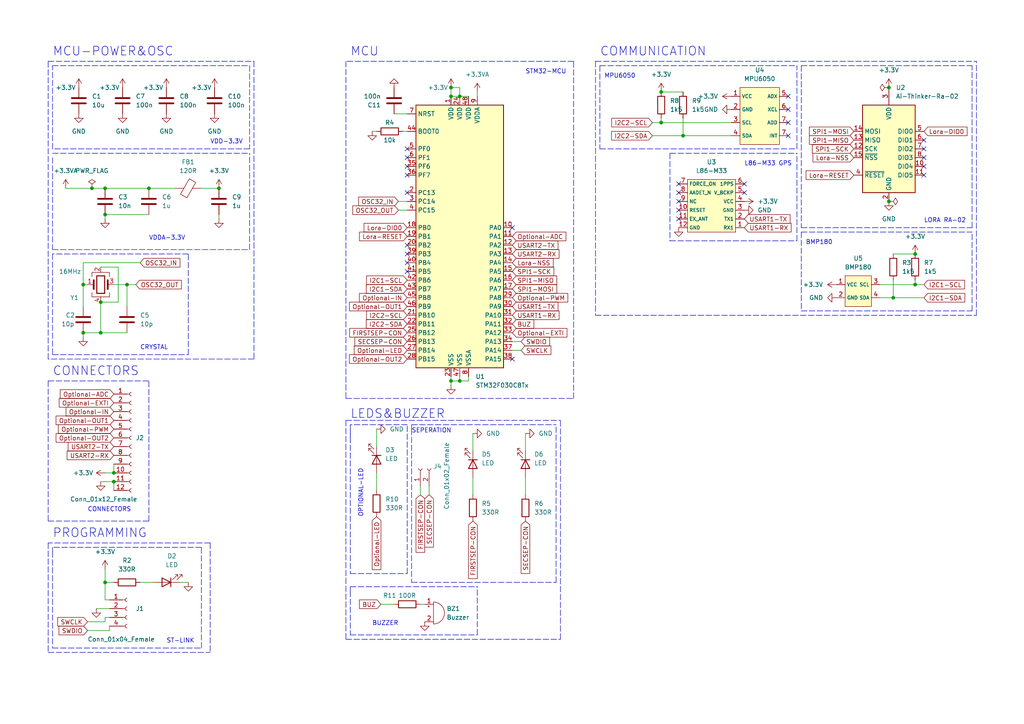
<source format=kicad_sch>
(kicad_sch (version 20211123) (generator eeschema)
  (paper "A4")
  (title_block (title "Rocket-MainAvionic") (date "2023-11-26") (company "3MBED-ARGE") (comment 1 "Bedirhan Köksoy"))
  (lib_symbols
    (symbol "Connector:Conn_01x02_Female" (pin_names (offset 1.016) hide)
      (property "Reference" "J" (at 0 2.54 0))
      (property "Value" "Conn_01x02_Female" (at 0 -5.08 0))
      (symbol "Conn_01x02_Female_1_1"
        (arc (start 0 -2.032) (mid -0.508 -2.54) (end 0 -3.048) (stroke (width 0.1524)))
        (polyline (pts (xy -1.27 -2.54) (xy -0.508 -2.54)) (stroke (width 0.1524)))
        (polyline (pts (xy -1.27 0) (xy -0.508 0)) (stroke (width 0.1524)))
        (arc (start 0 0.508) (mid -0.508 0) (end 0 -0.508) (stroke (width 0.1524)))
        (pin passive line (at -5.08 0 0) (length 3.81) (name "Pin_1") (number "1"))
        (pin passive line (at -5.08 -2.54 0) (length 3.81) (name "Pin_2") (number "2"))
      )
    )
    (symbol "Connector:Conn_01x04_Female" (pin_names (offset 1.016) hide)
      (property "Reference" "J" (at 0 5.08 0))
      (property "Value" "Conn_01x04_Female" (at 0 -7.62 0))
      (symbol "Conn_01x04_Female_1_1"
        (arc (start 0 -4.572) (mid -0.508 -5.08) (end 0 -5.588) (stroke (width 0.1524)))
        (arc (start 0 -2.032) (mid -0.508 -2.54) (end 0 -3.048) (stroke (width 0.1524)))
        (polyline (pts (xy -1.27 -5.08) (xy -0.508 -5.08)) (stroke (width 0.1524)))
        (polyline (pts (xy -1.27 -2.54) (xy -0.508 -2.54)) (stroke (width 0.1524)))
        (polyline (pts (xy -1.27 0) (xy -0.508 0)) (stroke (width 0.1524)))
        (polyline (pts (xy -1.27 2.54) (xy -0.508 2.54)) (stroke (width 0.1524)))
        (arc (start 0 0.508) (mid -0.508 0) (end 0 -0.508) (stroke (width 0.1524)))
        (arc (start 0 3.048) (mid -0.508 2.54) (end 0 2.032) (stroke (width 0.1524)))
        (pin passive line (at -5.08 2.54 0) (length 3.81) (name "Pin_1") (number "1"))
        (pin passive line (at -5.08 0 0) (length 3.81) (name "Pin_2") (number "2"))
        (pin passive line (at -5.08 -2.54 0) (length 3.81) (name "Pin_3") (number "3"))
        (pin passive line (at -5.08 -5.08 0) (length 3.81) (name "Pin_4") (number "4"))
      )
    )
    (symbol "Connector:Conn_01x12_Female" (pin_names (offset 1.016) hide)
      (property "Reference" "J" (at 0 15.24 0))
      (property "Value" "Conn_01x12_Female" (at 0 -17.78 0))
      (symbol "Conn_01x12_Female_1_1"
        (arc (start 0 -14.732) (mid -0.508 -15.24) (end 0 -15.748) (stroke (width 0.1524)))
        (arc (start 0 -12.192) (mid -0.508 -12.7) (end 0 -13.208) (stroke (width 0.1524)))
        (arc (start 0 -9.652) (mid -0.508 -10.16) (end 0 -10.668) (stroke (width 0.1524)))
        (arc (start 0 -7.112) (mid -0.508 -7.62) (end 0 -8.128) (stroke (width 0.1524)))
        (arc (start 0 -4.572) (mid -0.508 -5.08) (end 0 -5.588) (stroke (width 0.1524)))
        (arc (start 0 -2.032) (mid -0.508 -2.54) (end 0 -3.048) (stroke (width 0.1524)))
        (polyline (pts (xy -1.27 -15.24) (xy -0.508 -15.24)) (stroke (width 0.1524)))
        (polyline (pts (xy -1.27 -12.7) (xy -0.508 -12.7)) (stroke (width 0.1524)))
        (polyline (pts (xy -1.27 -10.16) (xy -0.508 -10.16)) (stroke (width 0.1524)))
        (polyline (pts (xy -1.27 -7.62) (xy -0.508 -7.62)) (stroke (width 0.1524)))
        (polyline (pts (xy -1.27 -5.08) (xy -0.508 -5.08)) (stroke (width 0.1524)))
        (polyline (pts (xy -1.27 -2.54) (xy -0.508 -2.54)) (stroke (width 0.1524)))
        (polyline (pts (xy -1.27 0) (xy -0.508 0)) (stroke (width 0.1524)))
        (polyline (pts (xy -1.27 2.54) (xy -0.508 2.54)) (stroke (width 0.1524)))
        (polyline (pts (xy -1.27 5.08) (xy -0.508 5.08)) (stroke (width 0.1524)))
        (polyline (pts (xy -1.27 7.62) (xy -0.508 7.62)) (stroke (width 0.1524)))
        (polyline (pts (xy -1.27 10.16) (xy -0.508 10.16)) (stroke (width 0.1524)))
        (polyline (pts (xy -1.27 12.7) (xy -0.508 12.7)) (stroke (width 0.1524)))
        (arc (start 0 0.508) (mid -0.508 0) (end 0 -0.508) (stroke (width 0.1524)))
        (arc (start 0 3.048) (mid -0.508 2.54) (end 0 2.032) (stroke (width 0.1524)))
        (arc (start 0 5.588) (mid -0.508 5.08) (end 0 4.572) (stroke (width 0.1524)))
        (arc (start 0 8.128) (mid -0.508 7.62) (end 0 7.112) (stroke (width 0.1524)))
        (arc (start 0 10.668) (mid -0.508 10.16) (end 0 9.652) (stroke (width 0.1524)))
        (arc (start 0 13.208) (mid -0.508 12.7) (end 0 12.192) (stroke (width 0.1524)))
        (pin passive line (at -5.08 12.7 0) (length 3.81) (name "Pin_1") (number "1"))
        (pin passive line (at -5.08 -10.16 0) (length 3.81) (name "Pin_10") (number "10"))
        (pin passive line (at -5.08 -12.7 0) (length 3.81) (name "Pin_11") (number "11"))
        (pin passive line (at -5.08 -15.24 0) (length 3.81) (name "Pin_12") (number "12"))
        (pin passive line (at -5.08 10.16 0) (length 3.81) (name "Pin_2") (number "2"))
        (pin passive line (at -5.08 7.62 0) (length 3.81) (name "Pin_3") (number "3"))
        (pin passive line (at -5.08 5.08 0) (length 3.81) (name "Pin_4") (number "4"))
        (pin passive line (at -5.08 2.54 0) (length 3.81) (name "Pin_5") (number "5"))
        (pin passive line (at -5.08 0 0) (length 3.81) (name "Pin_6") (number "6"))
        (pin passive line (at -5.08 -2.54 0) (length 3.81) (name "Pin_7") (number "7"))
        (pin passive line (at -5.08 -5.08 0) (length 3.81) (name "Pin_8") (number "8"))
        (pin passive line (at -5.08 -7.62 0) (length 3.81) (name "Pin_9") (number "9"))
      )
    )
    (symbol "Device:Buzzer" (pin_names (offset 0.0254) hide)
      (property "Reference" "BZ" (at 3.81 1.27 0))
      (property "Value" "Buzzer" (at 3.81 -1.27 0))
      (symbol "Buzzer_0_1"
        (arc (start 0 -3.175) (mid 3.175 0) (end 0 3.175))
        (polyline (pts (xy -1.651 1.905) (xy -1.143 1.905)))
        (polyline (pts (xy -1.397 2.159) (xy -1.397 1.651)))
        (polyline (pts (xy 0 3.175) (xy 0 -3.175)))
      )
      (symbol "Buzzer_1_1"
        (pin passive line (at -2.54 2.54 0) (length 2.54) (name "-") (number "1"))
        (pin passive line (at -2.54 -2.54 0) (length 2.54) (name "+") (number "2"))
      )
    )
    (symbol "Device:C" (pin_numbers hide) (pin_names (offset 0.254))
      (property "Reference" "C" (at 0.635 2.54 0))
      (property "Value" "C" (at 0.635 -2.54 0))
      (symbol "C_0_1"
        (polyline (pts (xy -2.032 -0.762) (xy 2.032 -0.762)) (stroke (width 0.508)))
        (polyline (pts (xy -2.032 0.762) (xy 2.032 0.762)) (stroke (width 0.508)))
      )
      (symbol "C_1_1"
        (pin passive line (at 0 3.81 270) (length 2.794) (name "~") (number "1"))
        (pin passive line (at 0 -3.81 90) (length 2.794) (name "~") (number "2"))
      )
    )
    (symbol "Device:Crystal_GND24" (pin_names (offset 1.016) hide)
      (property "Reference" "Y" (at 3.175 5.08 0))
      (property "Value" "Crystal_GND24" (at 3.175 3.175 0))
      (symbol "Crystal_GND24_0_1"
        (rectangle (start -1.143 2.54) (end 1.143 -2.54) (stroke (width 0.3048)))
        (polyline (pts (xy -2.54 0) (xy -2.032 0)))
        (polyline (pts (xy -2.032 -1.27) (xy -2.032 1.27)) (stroke (width 0.508)))
        (polyline (pts (xy 0 -3.81) (xy 0 -3.556)))
        (polyline (pts (xy 0 3.556) (xy 0 3.81)))
        (polyline (pts (xy 2.032 -1.27) (xy 2.032 1.27)) (stroke (width 0.508)))
        (polyline (pts (xy 2.032 0) (xy 2.54 0)))
        (polyline (pts (xy -2.54 -2.286) (xy -2.54 -3.556) (xy 2.54 -3.556) (xy 2.54 -2.286)))
        (polyline (pts (xy -2.54 2.286) (xy -2.54 3.556) (xy 2.54 3.556) (xy 2.54 2.286)))
      )
      (symbol "Crystal_GND24_1_1"
        (pin passive line (at -3.81 0 0) (length 1.27) (name "1") (number "1"))
        (pin passive line (at 0 5.08 270) (length 1.27) (name "2") (number "2"))
        (pin passive line (at 3.81 0 180) (length 1.27) (name "3") (number "3"))
        (pin passive line (at 0 -5.08 90) (length 1.27) (name "4") (number "4"))
      )
    )
    (symbol "Device:FerriteBead" (pin_numbers hide) (pin_names (offset 0))
      (property "Reference" "FB" (at -3.81 0.635 90))
      (property "Value" "FerriteBead" (at 3.81 0 90))
      (symbol "FerriteBead_0_1"
        (polyline (pts (xy 0 -1.27) (xy 0 -1.2192)))
        (polyline (pts (xy 0 1.27) (xy 0 1.2954)))
        (polyline (pts (xy -2.7686 0.4064) (xy -1.7018 2.2606) (xy 2.7686 -0.3048) (xy 1.6764 -2.159) (xy -2.7686 0.4064)))
      )
      (symbol "FerriteBead_1_1"
        (pin passive line (at 0 3.81 270) (length 2.54) (name "~") (number "1"))
        (pin passive line (at 0 -3.81 90) (length 2.54) (name "~") (number "2"))
      )
    )
    (symbol "Device:LED" (pin_numbers hide) (pin_names (offset 1.016) hide)
      (property "Reference" "D" (at 0 2.54 0))
      (property "Value" "LED" (at 0 -2.54 0))
      (symbol "LED_0_1"
        (polyline (pts (xy -1.27 -1.27) (xy -1.27 1.27)) (stroke (width 0.254)))
        (polyline (pts (xy -1.27 0) (xy 1.27 0)))
        (polyline (pts (xy 1.27 -1.27) (xy 1.27 1.27) (xy -1.27 0) (xy 1.27 -1.27)) (stroke (width 0.254)))
        (polyline (pts (xy -3.048 -0.762) (xy -4.572 -2.286) (xy -3.81 -2.286) (xy -4.572 -2.286) (xy -4.572 -1.524)))
        (polyline (pts (xy -1.778 -0.762) (xy -3.302 -2.286) (xy -2.54 -2.286) (xy -3.302 -2.286) (xy -3.302 -1.524)))
      )
      (symbol "LED_1_1"
        (pin passive line (at -3.81 0 0) (length 2.54) (name "K") (number "1"))
        (pin passive line (at 3.81 0 180) (length 2.54) (name "A") (number "2"))
      )
    )
    (symbol "Device:R" (pin_numbers hide) (pin_names (offset 0))
      (property "Reference" "R" (at 2.032 0 90))
      (property "Value" "R" (at 0 0 90))
      (symbol "R_0_1"
        (rectangle (start -1.016 -2.54) (end 1.016 2.54) (stroke (width 0.254)))
      )
      (symbol "R_1_1"
        (pin passive line (at 0 3.81 270) (length 1.27) (name "~") (number "1"))
        (pin passive line (at 0 -3.81 90) (length 1.27) (name "~") (number "2"))
      )
    )
    (symbol "F030C8T6:BMP180"
      (property "Reference" "U?" (at 0 6.35 0))
      (property "Value" "BMP180" (at 0 8.89 0))
      (symbol "BMP180_0_1"
        (rectangle (start -3.81 3.81) (end 3.81 -5.08) (fill (type background)))
      )
      (symbol "BMP180_1_1"
        (pin input line (at -6.35 1.27 0) (length 2.54) (name "VCC") (number "1"))
        (pin input line (at -6.35 -2.54 0) (length 2.54) (name "GND") (number "2"))
        (pin bidirectional line (at 6.35 1.27 180) (length 2.54) (name "SCL") (number "3"))
        (pin bidirectional line (at 6.35 -2.54 180) (length 2.54) (name "SDA") (number "4"))
      )
    )
    (symbol "F030C8T6:L86-M33"
      (property "Reference" "U?" (at 0 6.35 0))
      (property "Value" "L86-M33" (at 0 8.89 0))
      (symbol "L86-M33_0_1"
        (rectangle (start -6.35 5.08) (end 7.62 -10.16) (fill (type background)))
      )
      (symbol "L86-M33_1_1"
        (pin bidirectional line (at 10.16 -8.89 180) (length 2.54) (name "RX1") (number "1"))
        (pin bidirectional line (at -8.89 -3.81 0) (length 2.54) (name "RESET") (number "10"))
        (pin bidirectional line (at -8.89 -6.35 0) (length 2.54) (name "EX_ANT") (number "11"))
        (pin input line (at -8.89 -8.89 0) (length 2.54) (name "GND") (number "12"))
        (pin bidirectional line (at 10.16 -6.35 180) (length 2.54) (name "TX1") (number "2"))
        (pin input line (at 10.16 -3.81 180) (length 2.54) (name "GND") (number "3"))
        (pin input line (at 10.16 -1.27 180) (length 2.54) (name "VCC") (number "4"))
        (pin bidirectional line (at 10.16 1.27 180) (length 2.54) (name "V_BCKP") (number "5"))
        (pin bidirectional line (at 10.16 3.81 180) (length 2.54) (name "1PPS") (number "6"))
        (pin bidirectional line (at -8.89 3.81 0) (length 2.54) (name "FORCE_ON") (number "7"))
        (pin bidirectional line (at -8.89 1.27 0) (length 2.54) (name "AADET_N") (number "8"))
        (pin bidirectional line (at -8.89 -1.27 0) (length 2.54) (name "NC") (number "9"))
      )
    )
    (symbol "F030C8T6:MPU6050"
      (property "Reference" "U?" (at 0 11.43 0))
      (property "Value" "MPU6050" (at 0 13.97 0))
      (symbol "MPU6050_0_1"
        (rectangle (start -6.35 8.89) (end 5.08 -7.62) (fill (type background)))
      )
      (symbol "MPU6050_1_1"
        (pin input line (at -8.89 6.35 0) (length 2.54) (name "VCC") (number "1"))
        (pin input line (at -8.89 2.54 0) (length 2.54) (name "GND") (number "2"))
        (pin bidirectional line (at -8.89 -1.27 0) (length 2.54) (name "SCL") (number "3"))
        (pin bidirectional line (at -8.89 -5.08 0) (length 2.54) (name "SDA") (number "4"))
        (pin bidirectional line (at 7.62 6.35 180) (length 2.54) (name "ADX") (number "5"))
        (pin bidirectional line (at 7.62 2.54 180) (length 2.54) (name "XCL") (number "6"))
        (pin bidirectional line (at 7.62 -1.27 180) (length 2.54) (name "ADD") (number "7"))
        (pin bidirectional line (at 7.62 -5.08 180) (length 2.54) (name "INT") (number "7"))
      )
    )
    (symbol "MCU_ST_STM32F0:STM32F030C8Tx"
      (property "Reference" "U" (at -12.7 39.37 0))
      (property "Value" "STM32F030C8Tx" (at 7.62 39.37 0))
      (symbol "STM32F030C8Tx_0_1"
        (rectangle (start -12.7 -38.1) (end 12.7 38.1) (stroke (width 0.254)) (fill (type background)))
      )
      (symbol "STM32F030C8Tx_1_1"
        (pin power_in line (at -2.54 40.64 270) (length 2.54) (name "VDD") (number "1"))
        (pin bidirectional line (at 15.24 2.54 180) (length 2.54) (name "PA0") (number "10"))
        (pin bidirectional line (at 15.24 0 180) (length 2.54) (name "PA1") (number "11"))
        (pin bidirectional line (at 15.24 -2.54 180) (length 2.54) (name "PA2") (number "12"))
        (pin bidirectional line (at 15.24 -5.08 180) (length 2.54) (name "PA3") (number "13"))
        (pin bidirectional line (at 15.24 -7.62 180) (length 2.54) (name "PA4") (number "14"))
        (pin bidirectional line (at 15.24 -10.16 180) (length 2.54) (name "PA5") (number "15"))
        (pin bidirectional line (at 15.24 -12.7 180) (length 2.54) (name "PA6") (number "16"))
        (pin bidirectional line (at 15.24 -15.24 180) (length 2.54) (name "PA7") (number "17"))
        (pin bidirectional line (at -15.24 2.54 0) (length 2.54) (name "PB0") (number "18"))
        (pin bidirectional line (at -15.24 0 0) (length 2.54) (name "PB1") (number "19"))
        (pin bidirectional line (at -15.24 12.7 0) (length 2.54) (name "PC13") (number "2"))
        (pin bidirectional line (at -15.24 -2.54 0) (length 2.54) (name "PB2") (number "20"))
        (pin bidirectional line (at -15.24 -22.86 0) (length 2.54) (name "PB10") (number "21"))
        (pin bidirectional line (at -15.24 -25.4 0) (length 2.54) (name "PB11") (number "22"))
        (pin power_in line (at -2.54 -40.64 90) (length 2.54) (name "VSS") (number "23"))
        (pin power_in line (at 0 40.64 270) (length 2.54) (name "VDD") (number "24"))
        (pin bidirectional line (at -15.24 -27.94 0) (length 2.54) (name "PB12") (number "25"))
        (pin bidirectional line (at -15.24 -30.48 0) (length 2.54) (name "PB13") (number "26"))
        (pin bidirectional line (at -15.24 -33.02 0) (length 2.54) (name "PB14") (number "27"))
        (pin bidirectional line (at -15.24 -35.56 0) (length 2.54) (name "PB15") (number "28"))
        (pin bidirectional line (at 15.24 -17.78 180) (length 2.54) (name "PA8") (number "29"))
        (pin bidirectional line (at -15.24 10.16 0) (length 2.54) (name "PC14") (number "3"))
        (pin bidirectional line (at 15.24 -20.32 180) (length 2.54) (name "PA9") (number "30"))
        (pin bidirectional line (at 15.24 -22.86 180) (length 2.54) (name "PA10") (number "31"))
        (pin bidirectional line (at 15.24 -25.4 180) (length 2.54) (name "PA11") (number "32"))
        (pin bidirectional line (at 15.24 -27.94 180) (length 2.54) (name "PA12") (number "33"))
        (pin bidirectional line (at 15.24 -30.48 180) (length 2.54) (name "PA13") (number "34"))
        (pin bidirectional line (at -15.24 20.32 0) (length 2.54) (name "PF6") (number "35"))
        (pin bidirectional line (at -15.24 17.78 0) (length 2.54) (name "PF7") (number "36"))
        (pin bidirectional line (at 15.24 -33.02 180) (length 2.54) (name "PA14") (number "37"))
        (pin bidirectional line (at 15.24 -35.56 180) (length 2.54) (name "PA15") (number "38"))
        (pin bidirectional line (at -15.24 -5.08 0) (length 2.54) (name "PB3") (number "39"))
        (pin bidirectional line (at -15.24 7.62 0) (length 2.54) (name "PC15") (number "4"))
        (pin bidirectional line (at -15.24 -7.62 0) (length 2.54) (name "PB4") (number "40"))
        (pin bidirectional line (at -15.24 -10.16 0) (length 2.54) (name "PB5") (number "41"))
        (pin bidirectional line (at -15.24 -12.7 0) (length 2.54) (name "PB6") (number "42"))
        (pin bidirectional line (at -15.24 -15.24 0) (length 2.54) (name "PB7") (number "43"))
        (pin input line (at -15.24 30.48 0) (length 2.54) (name "BOOT0") (number "44"))
        (pin bidirectional line (at -15.24 -17.78 0) (length 2.54) (name "PB8") (number "45"))
        (pin bidirectional line (at -15.24 -20.32 0) (length 2.54) (name "PB9") (number "46"))
        (pin power_in line (at 0 -40.64 90) (length 2.54) (name "VSS") (number "47"))
        (pin power_in line (at 2.54 40.64 270) (length 2.54) (name "VDD") (number "48"))
        (pin input line (at -15.24 25.4 0) (length 2.54) (name "PF0") (number "5"))
        (pin input line (at -15.24 22.86 0) (length 2.54) (name "PF1") (number "6"))
        (pin input line (at -15.24 35.56 0) (length 2.54) (name "NRST") (number "7"))
        (pin power_in line (at 2.54 -40.64 90) (length 2.54) (name "VSSA") (number "8"))
        (pin power_in line (at 5.08 40.64 270) (length 2.54) (name "VDDA") (number "9"))
      )
    )
    (symbol "RF_Module:Ai-Thinker-Ra-02"
      (property "Reference" "U" (at 2.54 19.05 0))
      (property "Value" "Ai-Thinker-Ra-02" (at 13.97 -15.24 0))
      (symbol "Ai-Thinker-Ra-02_0_1"
        (rectangle (start -7.62 12.7) (end 7.62 -12.7) (stroke (width 0.254)) (fill (type background)))
      )
      (symbol "Ai-Thinker-Ra-02_1_1"
        (pin passive line (at 0 -15.24 90) (length 2.54) hide (name "GND") (number "1"))
        (pin bidirectional line (at 10.16 -5.08 180) (length 2.54) (name "DIO4") (number "10"))
        (pin bidirectional line (at 10.16 -7.62 180) (length 2.54) (name "DIO5") (number "11"))
        (pin input line (at -10.16 0 0) (length 2.54) (name "SCK") (number "12"))
        (pin output line (at -10.16 2.54 0) (length 2.54) (name "MISO") (number "13"))
        (pin input line (at -10.16 5.08 0) (length 2.54) (name "MOSI") (number "14"))
        (pin input line (at -10.16 -2.54 0) (length 2.54) (name "~{NSS}") (number "15"))
        (pin passive line (at 0 -15.24 90) (length 2.54) hide (name "GND") (number "16"))
        (pin power_in line (at 0 -15.24 90) (length 2.54) (name "GND") (number "2"))
        (pin power_in line (at 0 17.78 270) (length 5.08) (name "VDD") (number "3"))
        (pin input line (at -10.16 -7.62 0) (length 2.54) (name "~{RESET}") (number "4"))
        (pin bidirectional line (at 10.16 5.08 180) (length 2.54) (name "DIO0") (number "5"))
        (pin bidirectional line (at 10.16 2.54 180) (length 2.54) (name "DIO1") (number "6"))
        (pin bidirectional line (at 10.16 0 180) (length 2.54) (name "DIO2") (number "7"))
        (pin bidirectional line (at 10.16 -2.54 180) (length 2.54) (name "DIO3") (number "8"))
        (pin passive line (at 0 -15.24 90) (length 2.54) hide (name "GND") (number "9"))
      )
    )
    (symbol "power:+3.3V" (power) (pin_names (offset 0))
      (property "Value" "+3.3V" (at 0 3.556 0))
      (symbol "+3.3V_0_1"
        (polyline (pts (xy -0.762 1.27) (xy 0 2.54)))
        (polyline (pts (xy 0 0) (xy 0 2.54)))
        (polyline (pts (xy 0 2.54) (xy 0.762 1.27)))
      )
      (symbol "+3.3V_1_1"
        (pin power_in line (at 0 0 90) (length 0) hide (name "+3.3V") (number "1"))
      )
    )
    (symbol "power:+3.3VA" (power) (pin_names (offset 0))
      (property "Value" "+3.3VA" (at 0 3.556 0))
      (symbol "+3.3VA_0_1"
        (polyline (pts (xy -0.762 1.27) (xy 0 2.54)))
        (polyline (pts (xy 0 0) (xy 0 2.54)))
        (polyline (pts (xy 0 2.54) (xy 0.762 1.27)))
      )
      (symbol "+3.3VA_1_1"
        (pin power_in line (at 0 0 90) (length 0) hide (name "+3.3VA") (number "1"))
      )
    )
    (symbol "power:GND" (power) (pin_names (offset 0))
      (property "Value" "GND" (at 0 -3.81 0))
      (symbol "GND_0_1"
        (polyline (pts (xy 0 0) (xy 0 -1.27) (xy 1.27 -1.27) (xy 0 -2.54) (xy -1.27 -1.27) (xy 0 -1.27)))
      )
      (symbol "GND_1_1"
        (pin power_in line (at 0 0 270) (length 0) hide (name "GND") (number "1"))
      )
    )
    (symbol "power:PWR_FLAG" (power) (pin_numbers hide) (pin_names (offset 0) hide)
      (property "Value" "PWR_FLAG" (at 0 3.81 0))
      (symbol "PWR_FLAG_0_0"
        (pin power_out line (at 0 0 90) (length 0) (name "pwr") (number "1"))
      )
      (symbol "PWR_FLAG_0_1"
        (polyline (pts (xy 0 0) (xy 0 1.27) (xy -1.016 1.905) (xy 0 2.54) (xy 1.016 1.905) (xy 0 1.27)))
      )
    )
  )
  (junction (at 191.77 35.56))
  (junction (at 30.48 168.91))
  (junction (at 26.67 54.61))
  (junction (at 130.81 25.4))
  (junction (at 133.35 110.49))
  (junction (at 43.18 54.61))
  (junction (at 33.02 137.16))
  (junction (at 191.77 26.67))
  (junction (at 265.43 82.55))
  (junction (at 265.43 73.66))
  (junction (at 24.13 82.55))
  (junction (at 198.12 39.37))
  (junction (at 24.13 96.52))
  (junction (at 257.81 58.42))
  (junction (at 29.21 87.63))
  (junction (at 259.08 86.36))
  (junction (at 36.83 82.55))
  (junction (at 130.81 110.49))
  (junction (at 30.48 54.61))
  (junction (at 63.5 54.61))
  (junction (at 29.21 96.52))
  (junction (at 33.02 139.7))
  (junction (at 257.81 25.4))
  (junction (at 30.48 62.23))
  (junction (at 130.81 27.94))
  (junction (at 133.35 27.94))
  (no_connect (at 118.11 73.66))
  (no_connect (at 148.59 66.04))
  (no_connect (at 118.11 78.74))
  (no_connect (at 118.11 76.2))
  (no_connect (at 118.11 43.18))
  (no_connect (at 196.85 53.34))
  (no_connect (at 215.9 55.88))
  (no_connect (at 215.9 53.34))
  (no_connect (at 228.6 31.75))
  (no_connect (at 228.6 27.94))
  (no_connect (at 228.6 35.56))
  (no_connect (at 228.6 39.37))
  (no_connect (at 267.97 50.8))
  (no_connect (at 267.97 48.26))
  (no_connect (at 267.97 43.18))
  (no_connect (at 267.97 45.72))
  (no_connect (at 267.97 40.64))
  (no_connect (at 196.85 55.88))
  (no_connect (at 196.85 58.42))
  (no_connect (at 196.85 63.5))
  (no_connect (at 196.85 60.96))
  (no_connect (at 148.59 104.14))
  (no_connect (at 118.11 71.12))
  (no_connect (at 118.11 45.72))
  (no_connect (at 118.11 50.8))
  (no_connect (at 118.11 48.26))
  (no_connect (at 118.11 55.88))
  (polyline (pts (xy 15.24 160.02) (xy 15.24 187.96)))
  (polyline (pts (xy 72.39 19.05) (xy 72.39 43.18)))
  (wire (pts (xy 36.83 82.55) (xy 36.83 88.9)))
  (wire (pts (xy 24.13 82.55) (xy 25.4 82.55)))
  (wire (pts (xy 115.57 58.42) (xy 118.11 58.42)))
  (wire (pts (xy 27.94 176.53) (xy 31.75 176.53)))
  (polyline (pts (xy 166.37 17.78) (xy 100.33 17.78)))
  (wire (pts (xy 63.5 62.23) (xy 63.5 63.5)))
  (wire (pts (xy 29.21 87.63) (xy 29.21 96.52)))
  (polyline (pts (xy 73.66 17.78) (xy 73.66 104.14)))
  (wire (pts (xy 152.4 138.43) (xy 152.4 143.51)))
  (wire (pts (xy 191.77 35.56) (xy 212.09 35.56)))
  (polyline (pts (xy 194.31 44.45) (xy 194.31 69.85)))
  (wire (pts (xy 115.57 60.96) (xy 118.11 60.96)))
  (polyline (pts (xy 231.14 43.18) (xy 231.14 19.05)))
  (wire (pts (xy 198.12 34.29) (xy 198.12 39.37)))
  (wire (pts (xy 189.23 39.37) (xy 198.12 39.37)))
  (wire (pts (xy 133.35 109.22) (xy 133.35 110.49)))
  (polyline (pts (xy 194.31 44.45) (xy 231.14 44.45)))
  (wire (pts (xy 24.13 76.2) (xy 40.64 76.2)))
  (wire (pts (xy 130.81 25.4) (xy 133.35 25.4)))
  (wire (pts (xy 31.75 179.07) (xy 30.48 179.07)))
  (polyline (pts (xy 15.24 158.75) (xy 15.24 160.02)))
  (wire (pts (xy 265.43 82.55) (xy 267.97 82.55)))
  (wire (pts (xy 265.43 82.55) (xy 265.43 81.28)))
  (wire (pts (xy 25.4 182.88) (xy 31.75 182.88)))
  (wire (pts (xy 133.35 27.94) (xy 135.89 27.94)))
  (wire (pts (xy 36.83 96.52) (xy 29.21 96.52)))
  (wire (pts (xy 30.48 62.23) (xy 30.48 63.5)))
  (wire (pts (xy 130.81 110.49) (xy 130.81 111.76)))
  (wire (pts (xy 255.27 86.36) (xy 259.08 86.36)))
  (wire (pts (xy 116.84 38.1) (xy 118.11 38.1)))
  (polyline (pts (xy 101.6 184.15) (xy 138.43 184.15)))
  (wire (pts (xy 137.16 125.73) (xy 137.16 130.81)))
  (polyline (pts (xy 162.56 185.42) (xy 162.56 121.92)))
  (wire (pts (xy 110.49 175.26) (xy 114.3 175.26)))
  (wire (pts (xy 130.81 27.94) (xy 133.35 27.94)))
  (polyline (pts (xy 15.24 45.72) (xy 15.24 72.39)))
  (wire (pts (xy 31.75 173.99) (xy 30.48 173.99)))
  (polyline (pts (xy 100.33 121.92) (xy 162.56 121.92)))
  (wire (pts (xy 189.23 35.56) (xy 191.77 35.56)))
  (polyline (pts (xy 172.72 17.78) (xy 172.72 91.44)))
  (wire (pts (xy 36.83 82.55) (xy 39.37 82.55)))
  (wire (pts (xy 43.18 54.61) (xy 50.8 54.61)))
  (wire (pts (xy 26.67 54.61) (xy 30.48 54.61)))
  (wire (pts (xy 29.21 77.47) (xy 34.29 77.47)))
  (polyline (pts (xy 119.38 124.46) (xy 119.38 168.91)))
  (wire (pts (xy 148.59 101.6) (xy 151.13 101.6)))
  (wire (pts (xy 30.48 168.91) (xy 30.48 173.99)))
  (wire (pts (xy 267.97 86.36) (xy 259.08 86.36)))
  (polyline (pts (xy 72.39 43.18) (xy 15.24 43.18)))
  (polyline (pts (xy 60.96 157.48) (xy 60.96 189.23)))
  (wire (pts (xy 152.4 125.73) (xy 152.4 130.81)))
  (polyline (pts (xy 100.33 121.92) (xy 100.33 185.42)))
  (wire (pts (xy 31.75 181.61) (xy 31.75 182.88)))
  (wire (pts (xy 135.89 110.49) (xy 135.89 109.22)))
  (polyline (pts (xy 119.38 168.91) (xy 161.29 168.91)))
  (polyline (pts (xy 231.14 69.85) (xy 231.14 44.45)))
  (polyline (pts (xy 101.6 166.37) (xy 118.11 166.37)))
  (wire (pts (xy 33.02 82.55) (xy 36.83 82.55)))
  (polyline (pts (xy 15.24 73.66) (xy 15.24 102.87)))
  (polyline (pts (xy 173.99 19.05) (xy 173.99 43.18)))
  (polyline (pts (xy 232.41 67.31) (xy 232.41 90.17)))
  (polyline (pts (xy 73.66 104.14) (xy 13.97 104.14)))
  (polyline (pts (xy 100.33 17.78) (xy 100.33 115.57)))
  (polyline (pts (xy 166.37 115.57) (xy 166.37 17.78)))
  (wire (pts (xy 191.77 35.56) (xy 191.77 34.29)))
  (wire (pts (xy 33.02 134.62) (xy 33.02 137.16)))
  (polyline (pts (xy 101.6 170.18) (xy 101.6 171.45)))
  (polyline (pts (xy 54.61 102.87) (xy 54.61 73.66)))
  (polyline (pts (xy 58.42 158.75) (xy 15.24 158.75)))
  (polyline (pts (xy 15.24 43.18) (xy 15.24 19.05)))
  (wire (pts (xy 133.35 110.49) (xy 135.89 110.49)))
  (wire (pts (xy 259.08 81.28) (xy 259.08 86.36)))
  (polyline (pts (xy 100.33 185.42) (xy 162.56 185.42)))
  (polyline (pts (xy 13.97 110.49) (xy 43.18 110.49)))
  (polyline (pts (xy 232.41 19.05) (xy 281.94 19.05)))
  (wire (pts (xy 121.92 175.26) (xy 123.19 175.26)))
  (polyline (pts (xy 194.31 69.85) (xy 231.14 69.85)))
  (polyline (pts (xy 232.41 67.31) (xy 281.94 67.31)))
  (polyline (pts (xy 172.72 17.78) (xy 283.21 17.78)))
  (polyline (pts (xy 101.6 123.19) (xy 101.6 128.27)))
  (polyline (pts (xy 15.24 44.45) (xy 72.39 44.45)))
  (polyline (pts (xy 13.97 110.49) (xy 13.97 151.13)))
  (wire (pts (xy 191.77 26.67) (xy 198.12 26.67)))
  (wire (pts (xy 24.13 82.55) (xy 24.13 88.9)))
  (wire (pts (xy 40.64 168.91) (xy 44.45 168.91)))
  (wire (pts (xy 24.13 76.2) (xy 24.13 82.55)))
  (polyline (pts (xy 173.99 43.18) (xy 231.14 43.18)))
  (wire (pts (xy 114.3 33.02) (xy 118.11 33.02)))
  (wire (pts (xy 29.21 96.52) (xy 24.13 96.52)))
  (wire (pts (xy 109.22 124.46) (xy 109.22 129.54)))
  (wire (pts (xy 130.81 109.22) (xy 130.81 110.49)))
  (polyline (pts (xy 101.6 124.46) (xy 101.6 166.37)))
  (polyline (pts (xy 15.24 19.05) (xy 72.39 19.05)))
  (polyline (pts (xy 283.21 91.44) (xy 283.21 17.78)))
  (polyline (pts (xy 138.43 184.15) (xy 138.43 170.18)))
  (polyline (pts (xy 232.41 19.05) (xy 232.41 66.04)))
  (wire (pts (xy 138.43 26.67) (xy 138.43 27.94)))
  (polyline (pts (xy 15.24 187.96) (xy 58.42 187.96)))
  (polyline (pts (xy 13.97 157.48) (xy 13.97 189.23)))
  (wire (pts (xy 107.95 38.1) (xy 109.22 38.1)))
  (polyline (pts (xy 13.97 17.78) (xy 73.66 17.78)))
  (wire (pts (xy 30.48 62.23) (xy 43.18 62.23)))
  (wire (pts (xy 133.35 25.4) (xy 133.35 27.94)))
  (polyline (pts (xy 281.94 66.04) (xy 281.94 19.05)))
  (polyline (pts (xy 118.11 123.19) (xy 101.6 123.19)))
  (polyline (pts (xy 60.96 157.48) (xy 13.97 157.48)))
  (wire (pts (xy 137.16 138.43) (xy 137.16 143.51)))
  (polyline (pts (xy 15.24 72.39) (xy 72.39 72.39)))
  (wire (pts (xy 30.48 54.61) (xy 43.18 54.61)))
  (polyline (pts (xy 118.11 166.37) (xy 118.11 123.19)))
  (wire (pts (xy 124.46 140.97) (xy 124.46 143.51)))
  (wire (pts (xy 148.59 99.06) (xy 151.13 99.06)))
  (polyline (pts (xy 100.33 115.57) (xy 166.37 115.57)))
  (wire (pts (xy 24.13 96.52) (xy 24.13 97.79)))
  (wire (pts (xy 30.48 137.16) (xy 33.02 137.16)))
  (polyline (pts (xy 232.41 66.04) (xy 281.94 66.04)))
  (wire (pts (xy 198.12 39.37) (xy 212.09 39.37)))
  (wire (pts (xy 121.92 140.97) (xy 121.92 143.51)))
  (polyline (pts (xy 13.97 104.14) (xy 13.97 17.78)))
  (polyline (pts (xy 119.38 123.19) (xy 161.29 123.19)))
  (polyline (pts (xy 13.97 151.13) (xy 43.18 151.13)))
  (polyline (pts (xy 101.6 170.18) (xy 138.43 170.18)))
  (wire (pts (xy 109.22 137.16) (xy 109.22 142.24)))
  (wire (pts (xy 255.27 82.55) (xy 265.43 82.55)))
  (polyline (pts (xy 43.18 151.13) (xy 43.18 110.49)))
  (polyline (pts (xy 281.94 90.17) (xy 281.94 67.31)))
  (polyline (pts (xy 119.38 123.19) (xy 119.38 124.46)))
  (wire (pts (xy 25.4 180.34) (xy 30.48 180.34)))
  (wire (pts (xy 34.29 77.47) (xy 34.29 87.63)))
  (wire (pts (xy 29.21 139.7) (xy 33.02 139.7)))
  (polyline (pts (xy 161.29 168.91) (xy 161.29 123.19)))
  (polyline (pts (xy 58.42 187.96) (xy 58.42 158.75)))
  (polyline (pts (xy 15.24 102.87) (xy 54.61 102.87)))
  (polyline (pts (xy 172.72 91.44) (xy 283.21 91.44)))
  (wire (pts (xy 130.81 110.49) (xy 133.35 110.49)))
  (polyline (pts (xy 101.6 171.45) (xy 101.6 184.15)))
  (wire (pts (xy 34.29 87.63) (xy 29.21 87.63)))
  (wire (pts (xy 30.48 179.07) (xy 30.48 180.34)))
  (wire (pts (xy 30.48 168.91) (xy 33.02 168.91)))
  (wire (pts (xy 33.02 139.7) (xy 33.02 142.24)))
  (wire (pts (xy 58.42 54.61) (xy 63.5 54.61)))
  (polyline (pts (xy 232.41 90.17) (xy 281.94 90.17)))
  (wire (pts (xy 52.07 168.91) (xy 54.61 168.91)))
  (wire (pts (xy 259.08 73.66) (xy 265.43 73.66)))
  (wire (pts (xy 130.81 27.94) (xy 130.81 25.4)))
  (polyline (pts (xy 54.61 73.66) (xy 15.24 73.66)))
  (wire (pts (xy 19.05 54.61) (xy 26.67 54.61)))
  (polyline (pts (xy 72.39 72.39) (xy 72.39 44.45)))
  (wire (pts (xy 30.48 165.1) (xy 30.48 168.91)))
  (polyline (pts (xy 173.99 19.05) (xy 231.14 19.05)))
  (polyline (pts (xy 13.97 189.23) (xy 60.96 189.23)))
  (text "VDD-3.3V" (at 60.96 41.91 0) (effects (font (size 1.27 1.27)) (justify left bottom)))
  (text "STM32-MCU\n" (at 152.4 21.59 0) (effects (font (size 1.27 1.27)) (justify left bottom)))
  (text "LEDS&BUZZER\n\n" (at 101.6 125.73 0) (effects (font (size 2.54 2.54)) (justify left bottom)))
  (text "BUZZER\n" (at 107.95 181.61 0) (effects (font (size 1.27 1.27)) (justify left bottom)))
  (text "PROGRAMMING\n" (at 15.24 156.21 0) (effects (font (size 2.54 2.54)) (justify left bottom)))
  (text "MCU-POWER&OSC" (at 15.24 16.51 0) (effects (font (size 2.54 2.54)) (justify left bottom)))
  (text "VDDA-3.3V" (at 43.18 69.85 0) (effects (font (size 1.27 1.27)) (justify left bottom)))
  (text "CONNECTORS" (at 15.24 109.22 0) (effects (font (size 2.54 2.54)) (justify left bottom)))
  (text "CONNECTORS\n" (at 25.4 148.59 0) (effects (font (size 1.27 1.27)) (justify left bottom)))
  (text "COMMUNICATION" (at 173.99 16.51 0) (effects (font (size 2.54 2.54)) (justify left bottom)))
  (text "CRYSTAL\n" (at 40.64 101.6 0) (effects (font (size 1.27 1.27)) (justify left bottom)))
  (text "MCU" (at 101.6 16.51 0) (effects (font (size 2.54 2.54)) (justify left bottom)))
  (text "ST-LINK" (at 48.26 186.69 0) (effects (font (size 1.27 1.27)) (justify left bottom)))
  (text "SEPERATION\n" (at 119.38 125.73 0) (effects (font (size 1.27 1.27)) (justify left bottom)))
  (text "LORA RA-02\n" (at 267.97 64.77 0) (effects (font (size 1.27 1.27)) (justify left bottom)))
  (text "BMP180" (at 233.68 71.12 0) (effects (font (size 1.27 1.27)) (justify left bottom)))
  (text "MPU6050\n" (at 175.26 22.86 0) (effects (font (size 1.27 1.27)) (justify left bottom)))
  (text "L86-M33 GPS\n" (at 215.9 48.26 0) (effects (font (size 1.27 1.27)) (justify left bottom)))
  (text "OPTIONAL-LED\n" (at 105.41 135.89 270) (effects (font (size 1.27 1.27)) (justify right bottom)))
  (global_label "Lora-RESET" (shape input) (at 118.11 68.58 180) (property "Intersheet References" "${INTERSHEET_REFS}" (effects hide)))
  (global_label "SPI1-MOSI" (shape input) (at 148.59 83.82 0) (property "Intersheet References" "${INTERSHEET_REFS}" (effects hide)))
  (global_label "USART1-TX" (shape input) (at 148.59 88.9 0) (property "Intersheet References" "${INTERSHEET_REFS}" (effects hide)))
  (global_label "Lora-DIO0" (shape input) (at 118.11 66.04 180) (property "Intersheet References" "${INTERSHEET_REFS}" (effects hide)))
  (global_label "OSC32_IN" (shape input) (at 115.57 58.42 180) (property "Intersheet References" "${INTERSHEET_REFS}" (effects hide)))
  (global_label "I2C2-SCL" (shape input) (at 189.23 35.56 180) (property "Intersheet References" "${INTERSHEET_REFS}" (effects hide)))
  (global_label "USART1-RX" (shape input) (at 148.59 91.44 0) (property "Intersheet References" "${INTERSHEET_REFS}" (effects hide)))
  (global_label "Optional-LED" (shape input) (at 109.22 149.86 270) (property "Intersheet References" "${INTERSHEET_REFS}" (effects hide)))
  (global_label "SPI1-MISO" (shape input) (at 247.65 40.64 180) (property "Intersheet References" "${INTERSHEET_REFS}" (effects hide)))
  (global_label "Optional-OUT2" (shape input) (at 33.02 127 180) (property "Intersheet References" "${INTERSHEET_REFS}" (effects hide)))
  (global_label "SECSEP-CON" (shape input) (at 152.4 151.13 270) (property "Intersheet References" "${INTERSHEET_REFS}" (effects hide)))
  (global_label "Optional-OUT1" (shape input) (at 118.11 88.9 180) (property "Intersheet References" "${INTERSHEET_REFS}" (effects hide)))
  (global_label "I2C1-SCL" (shape input) (at 118.11 81.28 180) (property "Intersheet References" "${INTERSHEET_REFS}" (effects hide)))
  (global_label "Lora-NSS" (shape input) (at 148.59 76.2 0) (property "Intersheet References" "${INTERSHEET_REFS}" (effects hide)))
  (global_label "USART1-TX" (shape input) (at 215.9 63.5 0) (property "Intersheet References" "${INTERSHEET_REFS}" (effects hide)))
  (global_label "USART2-RX" (shape input) (at 33.02 132.08 180) (property "Intersheet References" "${INTERSHEET_REFS}" (effects hide)))
  (global_label "I2C1-SCL" (shape input) (at 267.97 82.55 0) (property "Intersheet References" "${INTERSHEET_REFS}" (effects hide)))
  (global_label "FIRSTSEP-CON" (shape input) (at 121.92 143.51 270) (property "Intersheet References" "${INTERSHEET_REFS}" (effects hide)))
  (global_label "Optional-IN" (shape input) (at 118.11 86.36 180) (property "Intersheet References" "${INTERSHEET_REFS}" (effects hide)))
  (global_label "Optional-ADC" (shape input) (at 148.59 68.58 0) (property "Intersheet References" "${INTERSHEET_REFS}" (effects hide)))
  (global_label "Optional-EXTI" (shape input) (at 33.02 116.84 180) (property "Intersheet References" "${INTERSHEET_REFS}" (effects hide)))
  (global_label "I2C2-SDA" (shape input) (at 189.23 39.37 180) (property "Intersheet References" "${INTERSHEET_REFS}" (effects hide)))
  (global_label "SWCLK" (shape input) (at 151.13 101.6 0) (property "Intersheet References" "${INTERSHEET_REFS}" (effects hide)))
  (global_label "USART1-RX" (shape input) (at 215.9 66.04 0) (property "Intersheet References" "${INTERSHEET_REFS}" (effects hide)))
  (global_label "SPI1-SCK" (shape input) (at 148.59 78.74 0) (property "Intersheet References" "${INTERSHEET_REFS}" (effects hide)))
  (global_label "SPI1-MOSI" (shape input) (at 247.65 38.1 180) (property "Intersheet References" "${INTERSHEET_REFS}" (effects hide)))
  (global_label "I2C1-SDA" (shape input) (at 267.97 86.36 0) (property "Intersheet References" "${INTERSHEET_REFS}" (effects hide)))
  (global_label "Lora-DIO0" (shape input) (at 267.97 38.1 0) (property "Intersheet References" "${INTERSHEET_REFS}" (effects hide)))
  (global_label "Optional-ADC" (shape input) (at 33.02 114.3 180) (property "Intersheet References" "${INTERSHEET_REFS}" (effects hide)))
  (global_label "USART2-TX" (shape input) (at 33.02 129.54 180) (property "Intersheet References" "${INTERSHEET_REFS}" (effects hide)))
  (global_label "BUZ" (shape input) (at 110.49 175.26 180) (property "Intersheet References" "${INTERSHEET_REFS}" (effects hide)))
  (global_label "OSC32_OUT" (shape input) (at 39.37 82.55 0) (property "Intersheet References" "${INTERSHEET_REFS}" (effects hide)))
  (global_label "USART2-TX" (shape input) (at 148.59 71.12 0) (property "Intersheet References" "${INTERSHEET_REFS}" (effects hide)))
  (global_label "FIRSTSEP-CON" (shape input) (at 118.11 96.52 180) (property "Intersheet References" "${INTERSHEET_REFS}" (effects hide)))
  (global_label "I2C2-SCL" (shape input) (at 118.11 91.44 180) (property "Intersheet References" "${INTERSHEET_REFS}" (effects hide)))
  (global_label "SPI1-SCK" (shape input) (at 247.65 43.18 180) (property "Intersheet References" "${INTERSHEET_REFS}" (effects hide)))
  (global_label "OSC32_OUT" (shape input) (at 115.57 60.96 180) (property "Intersheet References" "${INTERSHEET_REFS}" (effects hide)))
  (global_label "USART2-RX" (shape input) (at 148.59 73.66 0) (property "Intersheet References" "${INTERSHEET_REFS}" (effects hide)))
  (global_label "SECSEP-CON" (shape input) (at 118.11 99.06 180) (property "Intersheet References" "${INTERSHEET_REFS}" (effects hide)))
  (global_label "SWCLK" (shape input) (at 25.4 180.34 180) (property "Intersheet References" "${INTERSHEET_REFS}" (effects hide)))
  (global_label "Lora-NSS" (shape input) (at 247.65 45.72 180) (property "Intersheet References" "${INTERSHEET_REFS}" (effects hide)))
  (global_label "Lora-RESET" (shape input) (at 247.65 50.8 180) (property "Intersheet References" "${INTERSHEET_REFS}" (effects hide)))
  (global_label "Optional-OUT2" (shape input) (at 118.11 104.14 180) (property "Intersheet References" "${INTERSHEET_REFS}" (effects hide)))
  (global_label "Optional-EXTI" (shape input) (at 148.59 96.52 0) (property "Intersheet References" "${INTERSHEET_REFS}" (effects hide)))
  (global_label "FIRSTSEP-CON" (shape input) (at 137.16 151.13 270) (property "Intersheet References" "${INTERSHEET_REFS}" (effects hide)))
  (global_label "Optional-PWM" (shape input) (at 33.02 124.46 180) (property "Intersheet References" "${INTERSHEET_REFS}" (effects hide)))
  (global_label "OSC32_IN" (shape input) (at 40.64 76.2 0) (property "Intersheet References" "${INTERSHEET_REFS}" (effects hide)))
  (global_label "SWDIO" (shape input) (at 25.4 182.88 180) (property "Intersheet References" "${INTERSHEET_REFS}" (effects hide)))
  (global_label "Optional-PWM" (shape input) (at 148.59 86.36 0) (property "Intersheet References" "${INTERSHEET_REFS}" (effects hide)))
  (global_label "SPI1-MISO" (shape input) (at 148.59 81.28 0) (property "Intersheet References" "${INTERSHEET_REFS}" (effects hide)))
  (global_label "Optional-LED" (shape input) (at 118.11 101.6 180) (property "Intersheet References" "${INTERSHEET_REFS}" (effects hide)))
  (global_label "BUZ" (shape input) (at 148.59 93.98 0) (property "Intersheet References" "${INTERSHEET_REFS}" (effects hide)))
  (global_label "I2C1-SDA" (shape input) (at 118.11 83.82 180) (property "Intersheet References" "${INTERSHEET_REFS}" (effects hide)))
  (global_label "Optional-IN" (shape input) (at 33.02 119.38 180) (property "Intersheet References" "${INTERSHEET_REFS}" (effects hide)))
  (global_label "Optional-OUT1" (shape input) (at 33.02 121.92 180) (property "Intersheet References" "${INTERSHEET_REFS}" (effects hide)))
  (global_label "I2C2-SDA" (shape input) (at 118.11 93.98 180) (property "Intersheet References" "${INTERSHEET_REFS}" (effects hide)))
  (global_label "SWDIO" (shape input) (at 151.13 99.06 0) (property "Intersheet References" "${INTERSHEET_REFS}" (effects hide)))
  (global_label "SECSEP-CON" (shape input) (at 124.46 143.51 270) (property "Intersheet References" "${INTERSHEET_REFS}" (effects hide)))
  (symbol (lib_id "power:GND") (at 114.3 25.4 180) (unit 1)
    (property "Reference" "#PWR023" (effects hide))
    (property "Value" "GND" (effects hide))
  )
  (symbol (lib_id "Device:C") (at 22.86 29.21 0) (unit 1)
    (property "Reference" "C1" (at 26.67 27.9399 0) (effects (justify left)))
    (property "Value" "10u" (at 26.67 30.4799 0) (effects (justify left)))
    (property "Footprint" "Capacitor_SMD:C_0603_1608Metric" (effects hide))
  )
  (symbol (lib_id "Connector:Conn_01x12_Female") (at 38.1 127 0) (unit 1)
    (property "Reference" "J2" (at 39.37 126.9999 0) (effects (justify left)))
    (property "Value" "Conn_01x12_Female" (at 20.32 144.78 0) (effects (justify left)))
    (property "Footprint" "Connector_PinSocket_2.54mm:PinSocket_1x12_P2.54mm_Vertical" (effects hide))
  )
  (symbol (lib_id "Device:Crystal_GND24") (at 29.21 82.55 0) (unit 1)
    (property "Reference" "Y1" (at 21.59 86.36 0))
    (property "Value" "16MHz" (at 20.32 78.74 0))
    (property "Footprint" "Crystal:Crystal_SMD_3225-4Pin_3.2x2.5mm" (effects hide))
  )
  (symbol (lib_id "power:GND") (at 24.13 97.79 0) (unit 1)
    (property "Reference" "#PWR013" (effects hide))
    (property "Value" "GND" (effects hide))
  )
  (symbol (lib_id "F030C8T6:BMP180") (at 248.92 83.82 0) (unit 1)
    (property "Reference" "U5" (at 248.92 74.93 0))
    (property "Value" "BMP180" (at 248.92 77.47 0))
    (property "Footprint" "F030C8T6:BMP180" (effects hide))
  )
  (symbol (lib_id "power:PWR_FLAG") (at 26.67 54.61 0) (unit 1)
    (property "Reference" "#FLG01" (effects hide))
    (property "Value" "PWR_FLAG" (at 26.67 49.53 0))
  )
  (symbol (lib_id "power:GND") (at 242.57 86.36 270) (unit 1)
    (property "Reference" "#PWR010" (effects hide))
    (property "Value" "GND" (at 238.76 86.3599 90) (effects (justify right)))
  )
  (symbol (lib_id "Device:R") (at 259.08 77.47 180) (unit 1)
    (property "Reference" "R3" (at 261.62 76.1999 0) (effects (justify right)))
    (property "Value" "1k5" (at 261.62 78.7399 0) (effects (justify right)))
    (property "Footprint" "Resistor_SMD:R_0402_1005Metric" (effects hide))
  )
  (symbol (lib_id "Device:LED") (at 137.16 134.62 270) (unit 1)
    (property "Reference" "D5" (at 139.7 131.7624 90) (effects (justify left)))
    (property "Value" "LED" (at 139.7 134.3024 90) (effects (justify left)))
    (property "Footprint" "LED_SMD:LED_0603_1608Metric" (effects hide))
  )
  (symbol (lib_id "power:+3.3V") (at 212.09 27.94 90) (unit 1)
    (property "Reference" "#PWR01" (effects hide))
    (property "Value" "+3.3V" (at 208.28 27.9399 90) (effects (justify left)))
  )
  (symbol (lib_id "power:+3.3V") (at 265.43 73.66 0) (unit 1)
    (property "Reference" "#PWR024" (effects hide))
    (property "Value" "+3.3V" (at 265.43 68.58 0))
  )
  (symbol (lib_id "power:PWR_FLAG") (at 257.81 58.42 270) (unit 1)
    (property "Reference" "#FLG0101" (effects hide))
    (property "Value" "PWR_FLAG" (effects hide))
  )
  (symbol (lib_id "Device:C") (at 24.13 92.71 0) (unit 1)
    (property "Reference" "C2" (at 19.05 91.44 0) (effects (justify left)))
    (property "Value" "10p" (at 17.78 93.98 0) (effects (justify left)))
    (property "Footprint" "Capacitor_SMD:C_0402_1005Metric" (effects hide))
  )
  (symbol (lib_id "power:GND") (at 62.23 33.02 0) (unit 1)
    (property "Reference" "#PWR0109" (effects hide))
    (property "Value" "GND" (at 62.23 38.1 0))
  )
  (symbol (lib_id "power:PWR_FLAG") (at 257.81 25.4 90) (unit 1)
    (property "Reference" "#FLG0102" (effects hide))
    (property "Value" "PWR_FLAG" (effects hide))
  )
  (symbol (lib_id "Device:R") (at 118.11 175.26 90) (unit 1)
    (property "Reference" "R11" (at 113.03 172.72 90))
    (property "Value" "100R" (at 118.11 172.72 90))
    (property "Footprint" "Resistor_SMD:R_0402_1005Metric" (effects hide))
  )
  (symbol (lib_id "power:GND") (at 48.26 33.02 0) (unit 1)
    (property "Reference" "#PWR0111" (effects hide))
    (property "Value" "GND" (at 48.26 38.1 0))
  )
  (symbol (lib_id "Device:LED") (at 109.22 133.35 270) (unit 1)
    (property "Reference" "D3" (at 111.76 130.4924 90) (effects (justify left)))
    (property "Value" "LED" (at 111.76 133.0324 90) (effects (justify left)))
    (property "Footprint" "LED_SMD:LED_0603_1608Metric" (effects hide))
  )
  (symbol (lib_id "MCU_ST_STM32F0:STM32F030C8Tx") (at 133.35 68.58 0) (unit 1)
    (property "Reference" "U1" (at 137.9094 109.22 0) (effects (justify left)))
    (property "Value" "STM32F030C8Tx" (at 137.9094 111.76 0) (effects (justify left)))
    (property "Footprint" "Package_QFP:LQFP-48_7x7mm_P0.5mm" (effects hide))
    (property "Datasheet" "http://www.st.com/st-web-ui/static/active/en/resource/technical/document/datasheet/DM00088500.pdf" (effects hide))
  )
  (symbol (lib_id "power:GND") (at 130.81 111.76 0) (unit 1)
    (property "Reference" "#PWR025" (effects hide))
    (property "Value" "GND" (effects hide))
  )
  (symbol (lib_id "power:+3.3V") (at 130.81 25.4 0) (unit 1)
    (property "Reference" "#PWR0112" (effects hide))
    (property "Value" "+3.3V" (at 127 25.4 0))
  )
  (symbol (lib_id "Device:R") (at 152.4 147.32 0) (unit 1)
    (property "Reference" "R6" (at 154.94 146.0499 0) (effects (justify left)))
    (property "Value" "330R" (at 154.94 148.5899 0) (effects (justify left)))
    (property "Footprint" "Resistor_SMD:R_0402_1005Metric" (effects hide))
  )
  (symbol (lib_id "RF_Module:Ai-Thinker-Ra-02") (at 257.81 43.18 0) (unit 1)
    (property "Reference" "U2" (at 259.8294 25.4 0) (effects (justify left)))
    (property "Value" "Ai-Thinker-Ra-02" (at 259.8294 27.94 0) (effects (justify left)))
    (property "Footprint" "RF_Module:Ai-Thinker-Ra-01-LoRa" (effects hide))
    (property "Datasheet" "http://wiki.ai-thinker.com/_media/lora/docs/c048ps01a1_ra-02_product_specification_v1.1.pdf" (effects hide))
  )
  (symbol (lib_id "power:GND") (at 123.19 180.34 0) (unit 1)
    (property "Reference" "#PWR03" (effects hide))
    (property "Value" "GND" (effects hide))
  )
  (symbol (lib_id "power:GND") (at 35.56 33.02 0) (unit 1)
    (property "Reference" "#PWR0110" (effects hide))
    (property "Value" "GND" (at 35.56 38.1 0))
  )
  (symbol (lib_id "Device:R") (at 198.12 30.48 180) (unit 1)
    (property "Reference" "R9" (at 200.66 29.2099 0) (effects (justify right)))
    (property "Value" "1k5" (at 200.66 31.7499 0) (effects (justify right)))
    (property "Footprint" "Resistor_SMD:R_0402_1005Metric" (effects hide))
  )
  (symbol (lib_id "power:+3.3V") (at 30.48 165.1 0) (unit 1)
    (property "Reference" "#PWR016" (effects hide))
    (property "Value" "+3.3V" (at 30.48 160.02 0))
  )
  (symbol (lib_id "power:GND") (at 152.4 125.73 90) (unit 1)
    (property "Reference" "#PWR0101" (effects hide))
    (property "Value" "GND" (at 156.21 125.7299 90) (effects (justify right)))
  )
  (symbol (lib_id "power:+3.3V") (at 257.81 25.4 0) (unit 1)
    (property "Reference" "#PWR011" (effects hide))
    (property "Value" "+3.3V" (at 257.81 20.32 0))
  )
  (symbol (lib_id "Connector:Conn_01x04_Female") (at 36.83 176.53 0) (unit 1)
    (property "Reference" "J1" (at 39.37 176.53 0) (effects (justify left)))
    (property "Value" "Conn_01x04_Female" (at 25.4 185.42 0) (effects (justify left)))
    (property "Footprint" "Connector_PinSocket_2.54mm:PinSocket_1x04_P2.54mm_Vertical" (effects hide))
  )
  (symbol (lib_id "power:+3.3V") (at 30.48 137.16 90) (unit 1)
    (property "Reference" "#PWR06" (effects hide))
    (property "Value" "+3.3V" (at 24.13 137.16 90))
  )
  (symbol (lib_id "power:GND") (at 29.21 139.7 0) (unit 1)
    (property "Reference" "#PWR05" (effects hide))
    (property "Value" "GND" (effects hide))
  )
  (symbol (lib_id "Device:R") (at 191.77 30.48 180) (unit 1)
    (property "Reference" "R8" (at 194.31 29.2099 0) (effects (justify right)))
    (property "Value" "1k5" (at 194.31 31.7499 0) (effects (justify right)))
    (property "Footprint" "Resistor_SMD:R_0402_1005Metric" (effects hide))
  )
  (symbol (lib_id "power:+3.3VA") (at 19.05 54.61 0) (unit 1)
    (property "Reference" "#PWR04" (effects hide))
    (property "Value" "+3.3VA" (at 19.05 49.53 0))
  )
  (symbol (lib_id "power:GND") (at 63.5 63.5 0) (unit 1)
    (property "Reference" "#PWR020" (effects hide))
    (property "Value" "GND" (effects hide))
  )
  (symbol (lib_id "Connector:Conn_01x02_Female") (at 121.92 135.89 90) (unit 1)
    (property "Reference" "J4" (at 125.73 135.2549 90) (effects (justify right)))
    (property "Value" "Conn_01x02_Female" (at 129.54 128.27 0) (effects (justify right)))
    (property "Footprint" "Connector_PinSocket_2.54mm:PinSocket_1x02_P2.54mm_Vertical" (effects hide))
  )
  (symbol (lib_id "Device:R") (at 109.22 146.05 0) (unit 1)
    (property "Reference" "R10" (at 111.76 144.7799 0) (effects (justify left)))
    (property "Value" "330R" (at 111.76 147.3199 0) (effects (justify left)))
    (property "Footprint" "Resistor_SMD:R_0402_1005Metric" (effects hide))
  )
  (symbol (lib_id "power:+3.3VA") (at 138.43 26.67 0) (unit 1)
    (property "Reference" "#PWR0113" (effects hide))
    (property "Value" "+3.3VA" (at 138.43 21.59 0))
  )
  (symbol (lib_id "Device:C") (at 63.5 58.42 0) (unit 1)
    (property "Reference" "C9" (at 67.31 57.1499 0) (effects (justify left)))
    (property "Value" "1u" (at 67.31 59.6899 0) (effects (justify left)))
    (property "Footprint" "Capacitor_SMD:C_0402_1005Metric" (effects hide))
  )
  (symbol (lib_id "Device:R") (at 36.83 168.91 90) (unit 1)
    (property "Reference" "R2" (at 36.83 162.56 90))
    (property "Value" "330R" (at 36.83 165.1 90))
    (property "Footprint" "Resistor_SMD:R_0402_1005Metric" (effects hide))
  )
  (symbol (lib_id "power:GND") (at 196.85 66.04 0) (unit 1)
    (property "Reference" "#PWR0114" (effects hide))
    (property "Value" "GND" (effects hide))
  )
  (symbol (lib_id "Device:C") (at 30.48 58.42 0) (unit 1)
    (property "Reference" "C3" (at 34.29 57.1499 0) (effects (justify left)))
    (property "Value" "10n" (at 34.29 59.6899 0) (effects (justify left)))
    (property "Footprint" "Capacitor_SMD:C_0402_1005Metric" (effects hide))
  )
  (symbol (lib_id "Device:C") (at 48.26 29.21 0) (unit 1)
    (property "Reference" "C8" (at 52.07 27.9399 0) (effects (justify left)))
    (property "Value" "100n" (at 52.07 30.4799 0) (effects (justify left)))
    (property "Footprint" "Capacitor_SMD:C_0402_1005Metric" (effects hide))
  )
  (symbol (lib_id "power:+3.3V") (at 62.23 25.4 0) (unit 1)
    (property "Reference" "#PWR0108" (effects hide))
    (property "Value" "+3.3V" (at 58.42 25.4 0))
  )
  (symbol (lib_id "power:+3.3V") (at 215.9 58.42 270) (unit 1)
    (property "Reference" "#PWR07" (effects hide))
    (property "Value" "+3.3V" (at 219.71 58.4199 90) (effects (justify left)))
  )
  (symbol (lib_id "power:GND") (at 137.16 125.73 90) (unit 1)
    (property "Reference" "#PWR0102" (effects hide))
    (property "Value" "GND" (at 140.97 125.7299 90) (effects (justify right)))
  )
  (symbol (lib_id "Device:C") (at 36.83 92.71 0) (unit 1)
    (property "Reference" "C5" (at 40.64 91.4399 0) (effects (justify left)))
    (property "Value" "10p" (at 40.64 93.9799 0) (effects (justify left)))
    (property "Footprint" "Capacitor_SMD:C_0402_1005Metric" (effects hide))
  )
  (symbol (lib_id "Device:R") (at 137.16 147.32 0) (unit 1)
    (property "Reference" "R5" (at 139.7 146.0499 0) (effects (justify left)))
    (property "Value" "330R" (at 139.7 148.5899 0) (effects (justify left)))
    (property "Footprint" "Resistor_SMD:R_0402_1005Metric" (effects hide))
  )
  (symbol (lib_id "F030C8T6:L86-M33") (at 205.74 57.15 0) (unit 1)
    (property "Reference" "U3" (at 206.375 46.99 0))
    (property "Value" "L86-M33" (at 206.375 49.53 0))
    (property "Footprint" "F030C8T6:L86-M33" (effects hide))
  )
  (symbol (lib_id "Device:Buzzer") (at 125.73 177.8 0) (unit 1)
    (property "Reference" "BZ1" (at 129.54 176.5299 0) (effects (justify left)))
    (property "Value" "Buzzer" (at 129.54 179.0699 0) (effects (justify left)))
    (property "Footprint" "Buzzer_Beeper:Buzzer_15x7.5RM7.6" (effects hide))
  )
  (symbol (lib_id "power:GND") (at 30.48 63.5 0) (unit 1)
    (property "Reference" "#PWR015" (effects hide))
    (property "Value" "GND" (effects hide))
  )
  (symbol (lib_id "Device:R") (at 113.03 38.1 90) (unit 1)
    (property "Reference" "R4" (at 113.03 35.56 90))
    (property "Value" "10k" (at 113.03 40.64 90))
    (property "Footprint" "Resistor_SMD:R_0402_1005Metric" (effects hide))
  )
  (symbol (lib_id "Device:C") (at 43.18 58.42 0) (unit 1)
    (property "Reference" "C6" (at 46.99 57.1499 0) (effects (justify left)))
    (property "Value" "1u" (at 46.99 59.6899 0) (effects (justify left)))
    (property "Footprint" "Capacitor_SMD:C_0402_1005Metric" (effects hide))
  )
  (symbol (lib_id "Device:LED") (at 48.26 168.91 180) (unit 1)
    (property "Reference" "D2" (at 49.8475 161.29 0))
    (property "Value" "LED" (at 49.8475 163.83 0))
    (property "Footprint" "LED_SMD:LED_0603_1608Metric" (effects hide))
  )
  (symbol (lib_id "power:GND") (at 107.95 38.1 0) (unit 1)
    (property "Reference" "#PWR021" (effects hide))
    (property "Value" "GND" (effects hide))
  )
  (symbol (lib_id "power:GND") (at 54.61 168.91 0) (unit 1)
    (property "Reference" "#PWR018" (effects hide))
    (property "Value" "GND" (effects hide))
  )
  (symbol (lib_id "Device:C") (at 35.56 29.21 0) (unit 1)
    (property "Reference" "C7" (at 39.37 27.9399 0) (effects (justify left)))
    (property "Value" "100n" (at 39.37 30.4799 0) (effects (justify left)))
    (property "Footprint" "Capacitor_SMD:C_0402_1005Metric" (effects hide))
  )
  (symbol (lib_id "Device:LED") (at 152.4 134.62 270) (unit 1)
    (property "Reference" "D6" (at 154.94 131.7624 90) (effects (justify left)))
    (property "Value" "LED" (at 154.94 134.3024 90) (effects (justify left)))
    (property "Footprint" "LED_SMD:LED_0603_1608Metric" (effects hide))
  )
  (symbol (lib_id "Device:FerriteBead") (at 54.61 54.61 90) (unit 1)
    (property "Reference" "FB1" (at 54.5592 46.99 90))
    (property "Value" "120R" (at 54.5592 49.53 90))
    (property "Footprint" "Inductor_SMD:L_0603_1608Metric" (effects hide))
  )
  (symbol (lib_id "power:+3.3V") (at 191.77 26.67 0) (unit 1)
    (property "Reference" "#PWR026" (effects hide))
    (property "Value" "+3.3V" (at 191.77 21.59 0))
  )
  (symbol (lib_id "Device:C") (at 62.23 29.21 0) (unit 1)
    (property "Reference" "C10" (at 66.04 27.9399 0) (effects (justify left)))
    (property "Value" "100n" (at 66.04 30.4799 0) (effects (justify left)))
    (property "Footprint" "Capacitor_SMD:C_0402_1005Metric" (effects hide))
  )
  (symbol (lib_id "power:+3.3V") (at 22.86 25.4 0) (unit 1)
    (property "Reference" "#PWR0107" (effects hide))
    (property "Value" "+3.3V" (at 19.05 25.4 0))
  )
  (symbol (lib_id "power:+3.3V") (at 63.5 54.61 0) (unit 1)
    (property "Reference" "#PWR019" (effects hide))
    (property "Value" "+3.3V" (at 63.5 49.53 0))
  )
  (symbol (lib_id "power:GND") (at 257.81 58.42 0) (unit 1)
    (property "Reference" "#PWR012" (effects hide))
    (property "Value" "GND" (at 257.81 63.5 0))
  )
  (symbol (lib_id "power:+3.3V") (at 48.26 25.4 0) (unit 1)
    (property "Reference" "#PWR0105" (effects hide))
    (property "Value" "+3.3V" (at 44.45 25.4 0))
  )
  (symbol (lib_id "power:+3.3V") (at 35.56 25.4 0) (unit 1)
    (property "Reference" "#PWR0106" (effects hide))
    (property "Value" "+3.3V" (at 31.75 25.4 0))
  )
  (symbol (lib_id "power:+3.3V") (at 242.57 82.55 90) (unit 1)
    (property "Reference" "#PWR09" (effects hide))
    (property "Value" "+3.3V" (at 238.76 82.5499 90) (effects (justify left)))
  )
  (symbol (lib_id "Device:R") (at 265.43 77.47 180) (unit 1)
    (property "Reference" "R7" (at 267.97 76.1999 0) (effects (justify right)))
    (property "Value" "1k5" (at 267.97 78.7399 0) (effects (justify right)))
    (property "Footprint" "Resistor_SMD:R_0402_1005Metric" (effects hide))
  )
  (symbol (lib_id "F030C8T6:MPU6050") (at 220.98 34.29 0) (unit 1)
    (property "Reference" "U4" (at 220.345 20.32 0))
    (property "Value" "MPU6050" (at 220.345 22.86 0))
    (property "Footprint" "F030C8T6:MPU6050" (effects hide))
  )
  (symbol (lib_id "power:GND") (at 109.22 124.46 90) (unit 1)
    (property "Reference" "#PWR0103" (effects hide))
    (property "Value" "GND" (at 113.03 124.4599 90) (effects (justify right)))
  )
  (symbol (lib_id "Device:C") (at 114.3 29.21 180) (unit 1)
    (property "Reference" "C11" (at 110.49 30.4801 0) (effects (justify left)))
    (property "Value" "100n" (at 110.49 27.9401 0) (effects (justify left)))
    (property "Footprint" "Capacitor_SMD:C_0402_1005Metric" (effects hide))
  )
  (symbol (lib_id "power:GND") (at 22.86 33.02 0) (unit 1)
    (property "Reference" "#PWR0104" (effects hide))
    (property "Value" "GND" (at 22.86 38.1 0))
  )
  (symbol (lib_id "power:GND") (at 212.09 31.75 270) (unit 1)
    (property "Reference" "#PWR02" (effects hide))
    (property "Value" "GND" (at 208.28 31.7499 90) (effects (justify right)))
  )
  (symbol (lib_id "power:GND") (at 27.94 176.53 0) (unit 1)
    (property "Reference" "#PWR014" (effects hide))
    (property "Value" "GND" (effects hide))
  )
  (symbol (lib_id "power:GND") (at 215.9 60.96 90) (unit 1)
    (property "Reference" "#PWR08" (effects hide))
    (property "Value" "GND" (at 219.71 60.9599 90) (effects (justify right)))
  )
)
</source>
